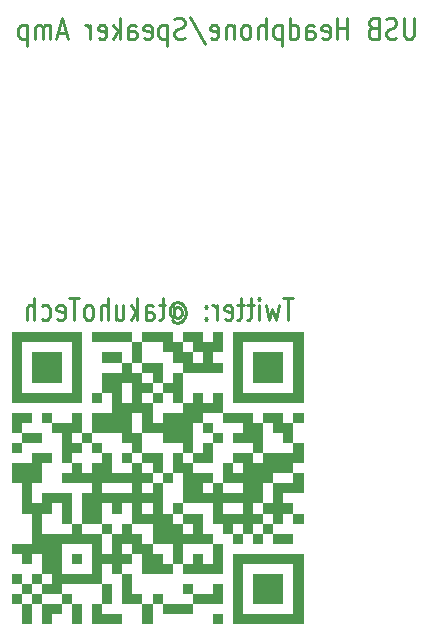
<source format=gbo>
G04 #@! TF.GenerationSoftware,KiCad,Pcbnew,(6.0.9)*
G04 #@! TF.CreationDate,2023-03-06T12:56:01+09:00*
G04 #@! TF.ProjectId,MainBoard,4d61696e-426f-4617-9264-2e6b69636164,rev?*
G04 #@! TF.SameCoordinates,Original*
G04 #@! TF.FileFunction,Legend,Bot*
G04 #@! TF.FilePolarity,Positive*
%FSLAX46Y46*%
G04 Gerber Fmt 4.6, Leading zero omitted, Abs format (unit mm)*
G04 Created by KiCad (PCBNEW (6.0.9)) date 2023-03-06 12:56:01*
%MOMM*%
%LPD*%
G01*
G04 APERTURE LIST*
G04 Aperture macros list*
%AMRoundRect*
0 Rectangle with rounded corners*
0 $1 Rounding radius*
0 $2 $3 $4 $5 $6 $7 $8 $9 X,Y pos of 4 corners*
0 Add a 4 corners polygon primitive as box body*
4,1,4,$2,$3,$4,$5,$6,$7,$8,$9,$2,$3,0*
0 Add four circle primitives for the rounded corners*
1,1,$1+$1,$2,$3*
1,1,$1+$1,$4,$5*
1,1,$1+$1,$6,$7*
1,1,$1+$1,$8,$9*
0 Add four rect primitives between the rounded corners*
20,1,$1+$1,$2,$3,$4,$5,0*
20,1,$1+$1,$4,$5,$6,$7,0*
20,1,$1+$1,$6,$7,$8,$9,0*
20,1,$1+$1,$8,$9,$2,$3,0*%
G04 Aperture macros list end*
%ADD10C,0.250000*%
%ADD11RoundRect,0.840625X0.840625X1.176875X-0.840625X1.176875X-0.840625X-1.176875X0.840625X-1.176875X0*%
%ADD12RoundRect,0.840625X1.176875X0.840625X-1.176875X0.840625X-1.176875X-0.840625X1.176875X-0.840625X0*%
%ADD13C,4.200000*%
%ADD14C,1.800000*%
%ADD15R,2.400000X2.400000*%
%ADD16C,2.400000*%
%ADD17C,1.600000*%
%ADD18O,1.600000X1.600000*%
%ADD19C,1.515000*%
%ADD20O,2.400000X2.400000*%
%ADD21RoundRect,0.381000X-0.381000X-0.381000X0.381000X-0.381000X0.381000X0.381000X-0.381000X0.381000X0*%
%ADD22C,2.000000*%
%ADD23C,2.550000*%
%ADD24O,2.000000X4.000000*%
%ADD25O,4.500000X2.250000*%
%ADD26O,4.000000X2.000000*%
G04 APERTURE END LIST*
D10*
X105714285Y-91996031D02*
X105714285Y-93480158D01*
X105642857Y-93654761D01*
X105571428Y-93742063D01*
X105428571Y-93829364D01*
X105142857Y-93829364D01*
X105000000Y-93742063D01*
X104928571Y-93654761D01*
X104857142Y-93480158D01*
X104857142Y-91996031D01*
X104214285Y-93742063D02*
X104000000Y-93829364D01*
X103642857Y-93829364D01*
X103500000Y-93742063D01*
X103428571Y-93654761D01*
X103357142Y-93480158D01*
X103357142Y-93305555D01*
X103428571Y-93130952D01*
X103500000Y-93043650D01*
X103642857Y-92956349D01*
X103928571Y-92869047D01*
X104071428Y-92781746D01*
X104142857Y-92694444D01*
X104214285Y-92519841D01*
X104214285Y-92345238D01*
X104142857Y-92170635D01*
X104071428Y-92083333D01*
X103928571Y-91996031D01*
X103571428Y-91996031D01*
X103357142Y-92083333D01*
X102214285Y-92869047D02*
X102000000Y-92956349D01*
X101928571Y-93043650D01*
X101857142Y-93218253D01*
X101857142Y-93480158D01*
X101928571Y-93654761D01*
X102000000Y-93742063D01*
X102142857Y-93829364D01*
X102714285Y-93829364D01*
X102714285Y-91996031D01*
X102214285Y-91996031D01*
X102071428Y-92083333D01*
X102000000Y-92170635D01*
X101928571Y-92345238D01*
X101928571Y-92519841D01*
X102000000Y-92694444D01*
X102071428Y-92781746D01*
X102214285Y-92869047D01*
X102714285Y-92869047D01*
X100071428Y-93829364D02*
X100071428Y-91996031D01*
X100071428Y-92869047D02*
X99214285Y-92869047D01*
X99214285Y-93829364D02*
X99214285Y-91996031D01*
X97928571Y-93742063D02*
X98071428Y-93829364D01*
X98357142Y-93829364D01*
X98500000Y-93742063D01*
X98571428Y-93567460D01*
X98571428Y-92869047D01*
X98500000Y-92694444D01*
X98357142Y-92607142D01*
X98071428Y-92607142D01*
X97928571Y-92694444D01*
X97857142Y-92869047D01*
X97857142Y-93043650D01*
X98571428Y-93218253D01*
X96571428Y-93829364D02*
X96571428Y-92869047D01*
X96642857Y-92694444D01*
X96785714Y-92607142D01*
X97071428Y-92607142D01*
X97214285Y-92694444D01*
X96571428Y-93742063D02*
X96714285Y-93829364D01*
X97071428Y-93829364D01*
X97214285Y-93742063D01*
X97285714Y-93567460D01*
X97285714Y-93392857D01*
X97214285Y-93218253D01*
X97071428Y-93130952D01*
X96714285Y-93130952D01*
X96571428Y-93043650D01*
X95214285Y-93829364D02*
X95214285Y-91996031D01*
X95214285Y-93742063D02*
X95357142Y-93829364D01*
X95642857Y-93829364D01*
X95785714Y-93742063D01*
X95857142Y-93654761D01*
X95928571Y-93480158D01*
X95928571Y-92956349D01*
X95857142Y-92781746D01*
X95785714Y-92694444D01*
X95642857Y-92607142D01*
X95357142Y-92607142D01*
X95214285Y-92694444D01*
X94500000Y-92607142D02*
X94500000Y-94440475D01*
X94500000Y-92694444D02*
X94357142Y-92607142D01*
X94071428Y-92607142D01*
X93928571Y-92694444D01*
X93857142Y-92781746D01*
X93785714Y-92956349D01*
X93785714Y-93480158D01*
X93857142Y-93654761D01*
X93928571Y-93742063D01*
X94071428Y-93829364D01*
X94357142Y-93829364D01*
X94500000Y-93742063D01*
X93142857Y-93829364D02*
X93142857Y-91996031D01*
X92500000Y-93829364D02*
X92500000Y-92869047D01*
X92571428Y-92694444D01*
X92714285Y-92607142D01*
X92928571Y-92607142D01*
X93071428Y-92694444D01*
X93142857Y-92781746D01*
X91571428Y-93829364D02*
X91714285Y-93742063D01*
X91785714Y-93654761D01*
X91857142Y-93480158D01*
X91857142Y-92956349D01*
X91785714Y-92781746D01*
X91714285Y-92694444D01*
X91571428Y-92607142D01*
X91357142Y-92607142D01*
X91214285Y-92694444D01*
X91142857Y-92781746D01*
X91071428Y-92956349D01*
X91071428Y-93480158D01*
X91142857Y-93654761D01*
X91214285Y-93742063D01*
X91357142Y-93829364D01*
X91571428Y-93829364D01*
X90428571Y-92607142D02*
X90428571Y-93829364D01*
X90428571Y-92781746D02*
X90357142Y-92694444D01*
X90214285Y-92607142D01*
X90000000Y-92607142D01*
X89857142Y-92694444D01*
X89785714Y-92869047D01*
X89785714Y-93829364D01*
X88500000Y-93742063D02*
X88642857Y-93829364D01*
X88928571Y-93829364D01*
X89071428Y-93742063D01*
X89142857Y-93567460D01*
X89142857Y-92869047D01*
X89071428Y-92694444D01*
X88928571Y-92607142D01*
X88642857Y-92607142D01*
X88500000Y-92694444D01*
X88428571Y-92869047D01*
X88428571Y-93043650D01*
X89142857Y-93218253D01*
X86714285Y-91908730D02*
X88000000Y-94265872D01*
X86285714Y-93742063D02*
X86071428Y-93829364D01*
X85714285Y-93829364D01*
X85571428Y-93742063D01*
X85500000Y-93654761D01*
X85428571Y-93480158D01*
X85428571Y-93305555D01*
X85500000Y-93130952D01*
X85571428Y-93043650D01*
X85714285Y-92956349D01*
X86000000Y-92869047D01*
X86142857Y-92781746D01*
X86214285Y-92694444D01*
X86285714Y-92519841D01*
X86285714Y-92345238D01*
X86214285Y-92170635D01*
X86142857Y-92083333D01*
X86000000Y-91996031D01*
X85642857Y-91996031D01*
X85428571Y-92083333D01*
X84785714Y-92607142D02*
X84785714Y-94440475D01*
X84785714Y-92694444D02*
X84642857Y-92607142D01*
X84357142Y-92607142D01*
X84214285Y-92694444D01*
X84142857Y-92781746D01*
X84071428Y-92956349D01*
X84071428Y-93480158D01*
X84142857Y-93654761D01*
X84214285Y-93742063D01*
X84357142Y-93829364D01*
X84642857Y-93829364D01*
X84785714Y-93742063D01*
X82857142Y-93742063D02*
X83000000Y-93829364D01*
X83285714Y-93829364D01*
X83428571Y-93742063D01*
X83500000Y-93567460D01*
X83500000Y-92869047D01*
X83428571Y-92694444D01*
X83285714Y-92607142D01*
X83000000Y-92607142D01*
X82857142Y-92694444D01*
X82785714Y-92869047D01*
X82785714Y-93043650D01*
X83500000Y-93218253D01*
X81500000Y-93829364D02*
X81500000Y-92869047D01*
X81571428Y-92694444D01*
X81714285Y-92607142D01*
X82000000Y-92607142D01*
X82142857Y-92694444D01*
X81500000Y-93742063D02*
X81642857Y-93829364D01*
X82000000Y-93829364D01*
X82142857Y-93742063D01*
X82214285Y-93567460D01*
X82214285Y-93392857D01*
X82142857Y-93218253D01*
X82000000Y-93130952D01*
X81642857Y-93130952D01*
X81500000Y-93043650D01*
X80785714Y-93829364D02*
X80785714Y-91996031D01*
X80642857Y-93130952D02*
X80214285Y-93829364D01*
X80214285Y-92607142D02*
X80785714Y-93305555D01*
X79000000Y-93742063D02*
X79142857Y-93829364D01*
X79428571Y-93829364D01*
X79571428Y-93742063D01*
X79642857Y-93567460D01*
X79642857Y-92869047D01*
X79571428Y-92694444D01*
X79428571Y-92607142D01*
X79142857Y-92607142D01*
X79000000Y-92694444D01*
X78928571Y-92869047D01*
X78928571Y-93043650D01*
X79642857Y-93218253D01*
X78285714Y-93829364D02*
X78285714Y-92607142D01*
X78285714Y-92956349D02*
X78214285Y-92781746D01*
X78142857Y-92694444D01*
X78000000Y-92607142D01*
X77857142Y-92607142D01*
X76285714Y-93305555D02*
X75571428Y-93305555D01*
X76428571Y-93829364D02*
X75928571Y-91996031D01*
X75428571Y-93829364D01*
X74928571Y-93829364D02*
X74928571Y-92607142D01*
X74928571Y-92781746D02*
X74857142Y-92694444D01*
X74714285Y-92607142D01*
X74500000Y-92607142D01*
X74357142Y-92694444D01*
X74285714Y-92869047D01*
X74285714Y-93829364D01*
X74285714Y-92869047D02*
X74214285Y-92694444D01*
X74071428Y-92607142D01*
X73857142Y-92607142D01*
X73714285Y-92694444D01*
X73642857Y-92869047D01*
X73642857Y-93829364D01*
X72928571Y-92607142D02*
X72928571Y-94440475D01*
X72928571Y-92694444D02*
X72785714Y-92607142D01*
X72500000Y-92607142D01*
X72357142Y-92694444D01*
X72285714Y-92781746D01*
X72214285Y-92956349D01*
X72214285Y-93480158D01*
X72285714Y-93654761D01*
X72357142Y-93742063D01*
X72500000Y-93829364D01*
X72785714Y-93829364D01*
X72928571Y-93742063D01*
X95448971Y-115754328D02*
X94617803Y-115754328D01*
X95033387Y-117572510D02*
X95033387Y-115754328D01*
X94271483Y-116360389D02*
X93994426Y-117572510D01*
X93717370Y-116706709D01*
X93440314Y-117572510D01*
X93163258Y-116360389D01*
X92609145Y-117572510D02*
X92609145Y-116360389D01*
X92609145Y-115754328D02*
X92678410Y-115840909D01*
X92609145Y-115927489D01*
X92539881Y-115840909D01*
X92609145Y-115754328D01*
X92609145Y-115927489D01*
X92124297Y-116360389D02*
X91570185Y-116360389D01*
X91916505Y-115754328D02*
X91916505Y-117312770D01*
X91847241Y-117485930D01*
X91708713Y-117572510D01*
X91570185Y-117572510D01*
X91293129Y-116360389D02*
X90739016Y-116360389D01*
X91085336Y-115754328D02*
X91085336Y-117312770D01*
X91016072Y-117485930D01*
X90877544Y-117572510D01*
X90739016Y-117572510D01*
X89700055Y-117485930D02*
X89838584Y-117572510D01*
X90115640Y-117572510D01*
X90254168Y-117485930D01*
X90323432Y-117312770D01*
X90323432Y-116620129D01*
X90254168Y-116446969D01*
X90115640Y-116360389D01*
X89838584Y-116360389D01*
X89700055Y-116446969D01*
X89630791Y-116620129D01*
X89630791Y-116793290D01*
X90323432Y-116966450D01*
X89007415Y-117572510D02*
X89007415Y-116360389D01*
X89007415Y-116706709D02*
X88938151Y-116533549D01*
X88868887Y-116446969D01*
X88730359Y-116360389D01*
X88591831Y-116360389D01*
X88106982Y-117399350D02*
X88037718Y-117485930D01*
X88106982Y-117572510D01*
X88176246Y-117485930D01*
X88106982Y-117399350D01*
X88106982Y-117572510D01*
X88106982Y-116446969D02*
X88037718Y-116533549D01*
X88106982Y-116620129D01*
X88176246Y-116533549D01*
X88106982Y-116446969D01*
X88106982Y-116620129D01*
X85405685Y-116706709D02*
X85474949Y-116620129D01*
X85613477Y-116533549D01*
X85752005Y-116533549D01*
X85890533Y-116620129D01*
X85959797Y-116706709D01*
X86029061Y-116879870D01*
X86029061Y-117053030D01*
X85959797Y-117226190D01*
X85890533Y-117312770D01*
X85752005Y-117399350D01*
X85613477Y-117399350D01*
X85474949Y-117312770D01*
X85405685Y-117226190D01*
X85405685Y-116533549D02*
X85405685Y-117226190D01*
X85336420Y-117312770D01*
X85267156Y-117312770D01*
X85128628Y-117226190D01*
X85059364Y-117053030D01*
X85059364Y-116620129D01*
X85197892Y-116360389D01*
X85405685Y-116187229D01*
X85682741Y-116100649D01*
X85959797Y-116187229D01*
X86167589Y-116360389D01*
X86306117Y-116620129D01*
X86375381Y-116966450D01*
X86306117Y-117312770D01*
X86167589Y-117572510D01*
X85959797Y-117745671D01*
X85682741Y-117832251D01*
X85405685Y-117745671D01*
X85197892Y-117572510D01*
X84643780Y-116360389D02*
X84089668Y-116360389D01*
X84435988Y-115754328D02*
X84435988Y-117312770D01*
X84366724Y-117485930D01*
X84228196Y-117572510D01*
X84089668Y-117572510D01*
X82981443Y-117572510D02*
X82981443Y-116620129D01*
X83050707Y-116446969D01*
X83189235Y-116360389D01*
X83466291Y-116360389D01*
X83604819Y-116446969D01*
X82981443Y-117485930D02*
X83119971Y-117572510D01*
X83466291Y-117572510D01*
X83604819Y-117485930D01*
X83674083Y-117312770D01*
X83674083Y-117139610D01*
X83604819Y-116966450D01*
X83466291Y-116879870D01*
X83119971Y-116879870D01*
X82981443Y-116793290D01*
X82288802Y-117572510D02*
X82288802Y-115754328D01*
X82150274Y-116879870D02*
X81734690Y-117572510D01*
X81734690Y-116360389D02*
X82288802Y-117053030D01*
X80487937Y-116360389D02*
X80487937Y-117572510D01*
X81111314Y-116360389D02*
X81111314Y-117312770D01*
X81042050Y-117485930D01*
X80903521Y-117572510D01*
X80695729Y-117572510D01*
X80557201Y-117485930D01*
X80487937Y-117399350D01*
X79795297Y-117572510D02*
X79795297Y-115754328D01*
X79171920Y-117572510D02*
X79171920Y-116620129D01*
X79241184Y-116446969D01*
X79379712Y-116360389D01*
X79587505Y-116360389D01*
X79726033Y-116446969D01*
X79795297Y-116533549D01*
X78271488Y-117572510D02*
X78410016Y-117485930D01*
X78479280Y-117399350D01*
X78548544Y-117226190D01*
X78548544Y-116706709D01*
X78479280Y-116533549D01*
X78410016Y-116446969D01*
X78271488Y-116360389D01*
X78063695Y-116360389D01*
X77925167Y-116446969D01*
X77855903Y-116533549D01*
X77786639Y-116706709D01*
X77786639Y-117226190D01*
X77855903Y-117399350D01*
X77925167Y-117485930D01*
X78063695Y-117572510D01*
X78271488Y-117572510D01*
X77371055Y-115754328D02*
X76539886Y-115754328D01*
X76955471Y-117572510D02*
X76955471Y-115754328D01*
X75500926Y-117485930D02*
X75639454Y-117572510D01*
X75916510Y-117572510D01*
X76055038Y-117485930D01*
X76124302Y-117312770D01*
X76124302Y-116620129D01*
X76055038Y-116446969D01*
X75916510Y-116360389D01*
X75639454Y-116360389D01*
X75500926Y-116446969D01*
X75431662Y-116620129D01*
X75431662Y-116793290D01*
X76124302Y-116966450D01*
X74184909Y-117485930D02*
X74323437Y-117572510D01*
X74600493Y-117572510D01*
X74739021Y-117485930D01*
X74808285Y-117399350D01*
X74877549Y-117226190D01*
X74877549Y-116706709D01*
X74808285Y-116533549D01*
X74739021Y-116446969D01*
X74600493Y-116360389D01*
X74323437Y-116360389D01*
X74184909Y-116446969D01*
X73561532Y-117572510D02*
X73561532Y-115754328D01*
X72938156Y-117572510D02*
X72938156Y-116620129D01*
X73007420Y-116446969D01*
X73145948Y-116360389D01*
X73353740Y-116360389D01*
X73492268Y-116446969D01*
X73561532Y-116533549D01*
G36*
X84426175Y-130573825D02*
G01*
X83573826Y-130573825D01*
X83573826Y-129721476D01*
X82721477Y-129721476D01*
X82721477Y-128869127D01*
X84426175Y-128869127D01*
X84426175Y-130573825D01*
G37*
G36*
X75902685Y-122902684D02*
G01*
X73345638Y-122902684D01*
X73345638Y-120345637D01*
X75902685Y-120345637D01*
X75902685Y-122902684D01*
G37*
G36*
X90392618Y-124607382D02*
G01*
X90392618Y-123755033D01*
X91244967Y-123755033D01*
X95506712Y-123755033D01*
X95506712Y-119493288D01*
X91244967Y-119493288D01*
X91244967Y-123755033D01*
X90392618Y-123755033D01*
X90392618Y-118640939D01*
X96359061Y-118640939D01*
X96359061Y-124607382D01*
X90392618Y-124607382D01*
G37*
G36*
X94654363Y-122902684D02*
G01*
X92097316Y-122902684D01*
X92097316Y-120345637D01*
X94654363Y-120345637D01*
X94654363Y-122902684D01*
G37*
G36*
X94654363Y-141654362D02*
G01*
X92097316Y-141654362D01*
X92097316Y-139097315D01*
X94654363Y-139097315D01*
X94654363Y-141654362D01*
G37*
G36*
X89540269Y-143359060D02*
G01*
X88687920Y-143359060D01*
X88687920Y-142506711D01*
X89540269Y-142506711D01*
X89540269Y-143359060D01*
G37*
G36*
X71640940Y-124607382D02*
G01*
X71640940Y-123755033D01*
X72493289Y-123755033D01*
X76755034Y-123755033D01*
X76755034Y-119493288D01*
X72493289Y-119493288D01*
X72493289Y-123755033D01*
X71640940Y-123755033D01*
X71640940Y-118640939D01*
X77607383Y-118640939D01*
X77607383Y-124607382D01*
X71640940Y-124607382D01*
G37*
G36*
X81869128Y-129721476D02*
G01*
X81016779Y-129721476D01*
X81016779Y-128869127D01*
X81869128Y-128869127D01*
X81869128Y-129721476D01*
G37*
G36*
X72493289Y-141654362D02*
G01*
X71640940Y-141654362D01*
X71640940Y-140802013D01*
X72493289Y-140802013D01*
X72493289Y-141654362D01*
G37*
G36*
X79312081Y-124607382D02*
G01*
X78459732Y-124607382D01*
X78459732Y-123755033D01*
X79312081Y-123755033D01*
X79312081Y-124607382D01*
G37*
G36*
X84426175Y-124607382D02*
G01*
X83573826Y-124607382D01*
X83573826Y-123755033D01*
X84426175Y-123755033D01*
X84426175Y-124607382D01*
G37*
G36*
X72493289Y-128869127D02*
G01*
X71640940Y-128869127D01*
X71640940Y-128016778D01*
X72493289Y-128016778D01*
X72493289Y-128869127D01*
G37*
G36*
X96359061Y-134835570D02*
G01*
X95506712Y-134835570D01*
X95506712Y-133983221D01*
X96359061Y-133983221D01*
X96359061Y-134835570D01*
G37*
G36*
X81869128Y-119493288D02*
G01*
X78459732Y-119493288D01*
X78459732Y-118640939D01*
X81869128Y-118640939D01*
X81869128Y-119493288D01*
G37*
G36*
X88687920Y-129721476D02*
G01*
X86983222Y-129721476D01*
X86983222Y-128869127D01*
X87835571Y-128869127D01*
X87835571Y-128016778D01*
X88687920Y-128016778D01*
X88687920Y-129721476D01*
G37*
G36*
X86983222Y-142506711D02*
G01*
X84426175Y-142506711D01*
X84426175Y-141654362D01*
X86983222Y-141654362D01*
X86983222Y-142506711D01*
G37*
G36*
X76755034Y-141654362D02*
G01*
X75902685Y-141654362D01*
X75902685Y-140802013D01*
X76755034Y-140802013D01*
X76755034Y-141654362D01*
G37*
G36*
X80164430Y-135687919D02*
G01*
X79312081Y-135687919D01*
X79312081Y-134835570D01*
X80164430Y-134835570D01*
X80164430Y-135687919D01*
G37*
G36*
X73345638Y-143359060D02*
G01*
X72493289Y-143359060D01*
X72493289Y-141654362D01*
X73345638Y-141654362D01*
X73345638Y-143359060D01*
G37*
G36*
X77607383Y-143359060D02*
G01*
X76755034Y-143359060D01*
X76755034Y-141654362D01*
X77607383Y-141654362D01*
X77607383Y-143359060D01*
G37*
G36*
X74197987Y-128016778D02*
G01*
X72493289Y-128016778D01*
X72493289Y-127164429D01*
X74197987Y-127164429D01*
X74197987Y-128016778D01*
G37*
G36*
X89540269Y-128016778D02*
G01*
X88687920Y-128016778D01*
X88687920Y-127164429D01*
X89540269Y-127164429D01*
X89540269Y-128016778D01*
G37*
G36*
X72493289Y-139949664D02*
G01*
X71640940Y-139949664D01*
X71640940Y-139097315D01*
X72493289Y-139097315D01*
X72493289Y-139949664D01*
G37*
G36*
X79312081Y-142506711D02*
G01*
X81016779Y-142506711D01*
X81016779Y-143359060D01*
X78459732Y-143359060D01*
X78459732Y-141654362D01*
X79312081Y-141654362D01*
X79312081Y-142506711D01*
G37*
G36*
X73345638Y-126312080D02*
G01*
X72493289Y-126312080D01*
X72493289Y-127164429D01*
X71640940Y-127164429D01*
X71640940Y-125459731D01*
X73345638Y-125459731D01*
X73345638Y-126312080D01*
G37*
G36*
X75050336Y-126312080D02*
G01*
X74197987Y-126312080D01*
X74197987Y-125459731D01*
X75050336Y-125459731D01*
X75050336Y-126312080D01*
G37*
G36*
X74197987Y-139949664D02*
G01*
X73345638Y-139949664D01*
X73345638Y-139097315D01*
X74197987Y-139097315D01*
X74197987Y-139949664D01*
G37*
G36*
X73345638Y-140802013D02*
G01*
X72493289Y-140802013D01*
X72493289Y-139949664D01*
X73345638Y-139949664D01*
X73345638Y-140802013D01*
G37*
G36*
X93802014Y-134835570D02*
G01*
X93802014Y-135687919D01*
X92949665Y-135687919D01*
X92949665Y-134835570D01*
X93802014Y-134835570D01*
G37*
G36*
X95506712Y-129721476D02*
G01*
X95506712Y-130573825D01*
X96359061Y-130573825D01*
X96359061Y-132278523D01*
X94654363Y-132278523D01*
X94654363Y-133130872D01*
X95506712Y-133130872D01*
X95506712Y-133983221D01*
X94654363Y-133983221D01*
X94654363Y-134835570D01*
X93802014Y-134835570D01*
X93802014Y-133983221D01*
X92949665Y-133983221D01*
X92949665Y-133130872D01*
X93802014Y-133130872D01*
X93802014Y-131426174D01*
X95506712Y-131426174D01*
X95506712Y-130573825D01*
X93802014Y-130573825D01*
X93802014Y-131426174D01*
X92949665Y-131426174D01*
X92949665Y-133130872D01*
X92097316Y-133130872D01*
X92097316Y-133983221D01*
X92949665Y-133983221D01*
X92949665Y-134835570D01*
X92097316Y-134835570D01*
X92097316Y-135687919D01*
X92949665Y-135687919D01*
X92949665Y-136540268D01*
X92097316Y-136540268D01*
X92097316Y-135687919D01*
X91244967Y-135687919D01*
X91244967Y-134835570D01*
X90392618Y-134835570D01*
X90392618Y-135687919D01*
X91244967Y-135687919D01*
X91244967Y-136540268D01*
X90392618Y-136540268D01*
X90392618Y-135687919D01*
X89540269Y-135687919D01*
X89540269Y-134835570D01*
X88687920Y-134835570D01*
X88687920Y-133983221D01*
X89540269Y-133983221D01*
X91244967Y-133983221D01*
X91244967Y-133130872D01*
X89540269Y-133130872D01*
X89540269Y-133983221D01*
X88687920Y-133983221D01*
X88687920Y-133130872D01*
X86130873Y-133130872D01*
X86130873Y-133983221D01*
X85278524Y-133983221D01*
X85278524Y-134835570D01*
X86130873Y-134835570D01*
X86130873Y-135687919D01*
X86983222Y-135687919D01*
X86983222Y-134835570D01*
X86130873Y-134835570D01*
X86130873Y-133983221D01*
X87835571Y-133983221D01*
X87835571Y-135687919D01*
X88687920Y-135687919D01*
X88687920Y-136540268D01*
X86130873Y-136540268D01*
X86130873Y-138244966D01*
X86983222Y-138244966D01*
X86983222Y-137392617D01*
X87835571Y-137392617D01*
X87835571Y-138244966D01*
X88687920Y-138244966D01*
X88687920Y-136540268D01*
X89540269Y-136540268D01*
X89540269Y-139097315D01*
X86130873Y-139097315D01*
X86130873Y-138244966D01*
X85278524Y-138244966D01*
X85278524Y-136540268D01*
X83573826Y-136540268D01*
X83573826Y-134835570D01*
X81869128Y-134835570D01*
X81869128Y-135687919D01*
X82721477Y-135687919D01*
X82721477Y-136540268D01*
X83573826Y-136540268D01*
X83573826Y-137392617D01*
X84426175Y-137392617D01*
X84426175Y-138244966D01*
X85278524Y-138244966D01*
X85278524Y-139097315D01*
X82721477Y-139097315D01*
X82721477Y-137392617D01*
X81869128Y-137392617D01*
X81869128Y-136540268D01*
X81016779Y-136540268D01*
X81016779Y-137392617D01*
X81869128Y-137392617D01*
X81869128Y-138244966D01*
X81016779Y-138244966D01*
X81016779Y-139097315D01*
X80164430Y-139097315D01*
X80164430Y-138244966D01*
X79312081Y-138244966D01*
X79312081Y-139949664D01*
X75902685Y-139949664D01*
X75902685Y-140802013D01*
X74197987Y-140802013D01*
X74197987Y-139949664D01*
X75050336Y-139949664D01*
X75050336Y-139097315D01*
X75902685Y-139097315D01*
X78459732Y-139097315D01*
X78459732Y-136540268D01*
X75902685Y-136540268D01*
X75902685Y-139097315D01*
X75050336Y-139097315D01*
X74197987Y-139097315D01*
X74197987Y-137392617D01*
X73345638Y-137392617D01*
X73345638Y-138244966D01*
X72493289Y-138244966D01*
X72493289Y-137392617D01*
X71640940Y-137392617D01*
X71640940Y-136540268D01*
X73345638Y-136540268D01*
X73345638Y-135687919D01*
X74197987Y-135687919D01*
X76755034Y-135687919D01*
X77607383Y-135687919D01*
X79312081Y-135687919D01*
X79312081Y-137392617D01*
X80164430Y-137392617D01*
X80164430Y-135687919D01*
X81016779Y-135687919D01*
X81016779Y-134835570D01*
X81869128Y-134835570D01*
X81869128Y-133983221D01*
X82721477Y-133983221D01*
X83573826Y-133983221D01*
X83573826Y-133130872D01*
X82721477Y-133130872D01*
X82721477Y-133983221D01*
X81869128Y-133983221D01*
X81869128Y-133130872D01*
X81016779Y-133130872D01*
X81016779Y-133983221D01*
X80164430Y-133983221D01*
X80164430Y-133130872D01*
X79312081Y-133130872D01*
X79312081Y-134835570D01*
X77607383Y-134835570D01*
X77607383Y-135687919D01*
X76755034Y-135687919D01*
X76755034Y-134835570D01*
X75902685Y-134835570D01*
X75902685Y-133130872D01*
X75050336Y-133130872D01*
X75050336Y-133983221D01*
X74197987Y-133983221D01*
X74197987Y-135687919D01*
X73345638Y-135687919D01*
X73345638Y-133983221D01*
X72493289Y-133983221D01*
X72493289Y-131426174D01*
X71640940Y-131426174D01*
X71640940Y-129721476D01*
X73345638Y-129721476D01*
X73345638Y-128869127D01*
X75050336Y-128869127D01*
X75050336Y-129721476D01*
X74197987Y-129721476D01*
X74197987Y-131426174D01*
X73345638Y-131426174D01*
X73345638Y-133130872D01*
X74197987Y-133130872D01*
X74197987Y-132278523D01*
X76755034Y-132278523D01*
X76755034Y-134835570D01*
X77607383Y-134835570D01*
X77607383Y-132278523D01*
X78459732Y-132278523D01*
X79312081Y-132278523D01*
X81869128Y-132278523D01*
X81869128Y-131426174D01*
X79312081Y-131426174D01*
X79312081Y-132278523D01*
X78459732Y-132278523D01*
X78459732Y-131426174D01*
X75902685Y-131426174D01*
X75902685Y-130573825D01*
X76755034Y-130573825D01*
X76755034Y-129721476D01*
X77607383Y-129721476D01*
X77607383Y-130573825D01*
X78459732Y-130573825D01*
X78459732Y-129721476D01*
X79312081Y-129721476D01*
X79312081Y-128869127D01*
X80164430Y-128869127D01*
X80164430Y-130573825D01*
X81869128Y-130573825D01*
X81869128Y-129721476D01*
X82721477Y-129721476D01*
X82721477Y-130573825D01*
X83573826Y-130573825D01*
X83573826Y-131426174D01*
X82721477Y-131426174D01*
X82721477Y-132278523D01*
X83573826Y-132278523D01*
X83573826Y-131426174D01*
X84426175Y-131426174D01*
X84426175Y-133983221D01*
X85278524Y-133983221D01*
X85278524Y-133130872D01*
X86130873Y-133130872D01*
X86130873Y-132278523D01*
X87835571Y-132278523D01*
X88687920Y-132278523D01*
X89540269Y-132278523D01*
X91244967Y-132278523D01*
X91244967Y-131426174D01*
X89540269Y-131426174D01*
X89540269Y-132278523D01*
X88687920Y-132278523D01*
X88687920Y-131426174D01*
X87835571Y-131426174D01*
X87835571Y-132278523D01*
X86130873Y-132278523D01*
X86130873Y-130573825D01*
X85278524Y-130573825D01*
X85278524Y-129721476D01*
X86130873Y-129721476D01*
X86983222Y-129721476D01*
X86983222Y-130573825D01*
X88687920Y-130573825D01*
X88687920Y-131426174D01*
X89540269Y-131426174D01*
X89540269Y-130573825D01*
X90392618Y-130573825D01*
X91244967Y-130573825D01*
X91244967Y-129721476D01*
X92097316Y-129721476D01*
X92949665Y-129721476D01*
X92949665Y-128869127D01*
X95506712Y-128869127D01*
X95506712Y-128016778D01*
X94654363Y-128016778D01*
X94654363Y-127164429D01*
X93802014Y-127164429D01*
X93802014Y-126312080D01*
X92949665Y-126312080D01*
X92949665Y-128869127D01*
X92097316Y-128869127D01*
X92097316Y-129721476D01*
X91244967Y-129721476D01*
X90392618Y-129721476D01*
X90392618Y-130573825D01*
X89540269Y-130573825D01*
X89540269Y-129721476D01*
X90392618Y-129721476D01*
X90392618Y-128869127D01*
X92097316Y-128869127D01*
X92097316Y-128016778D01*
X90392618Y-128016778D01*
X90392618Y-127164429D01*
X91244967Y-127164429D01*
X91244967Y-126312080D01*
X89540269Y-126312080D01*
X89540269Y-125459731D01*
X87835571Y-125459731D01*
X87835571Y-126312080D01*
X86983222Y-126312080D01*
X86983222Y-128869127D01*
X86130873Y-128869127D01*
X86130873Y-129721476D01*
X85278524Y-129721476D01*
X85278524Y-128869127D01*
X86130873Y-128869127D01*
X86130873Y-128016778D01*
X84426175Y-128016778D01*
X84426175Y-127164429D01*
X82721477Y-127164429D01*
X82721477Y-125459731D01*
X81869128Y-125459731D01*
X81869128Y-127164429D01*
X82721477Y-127164429D01*
X82721477Y-128869127D01*
X81869128Y-128869127D01*
X81869128Y-128016778D01*
X81016779Y-128016778D01*
X81016779Y-127164429D01*
X78459732Y-127164429D01*
X78459732Y-128016778D01*
X77607383Y-128016778D01*
X77607383Y-127164429D01*
X76755034Y-127164429D01*
X76755034Y-128016778D01*
X77607383Y-128016778D01*
X77607383Y-128869127D01*
X76755034Y-128869127D01*
X76755034Y-129721476D01*
X75902685Y-129721476D01*
X75902685Y-127164429D01*
X75050336Y-127164429D01*
X75050336Y-126312080D01*
X76755034Y-126312080D01*
X76755034Y-125459731D01*
X77607383Y-125459731D01*
X77607383Y-127164429D01*
X78459732Y-127164429D01*
X78459732Y-125459731D01*
X80164430Y-125459731D01*
X80164430Y-124607382D01*
X81016779Y-124607382D01*
X81869128Y-124607382D01*
X81869128Y-122902684D01*
X81016779Y-122902684D01*
X81016779Y-124607382D01*
X80164430Y-124607382D01*
X80164430Y-123755033D01*
X79312081Y-123755033D01*
X79312081Y-122050335D01*
X81016779Y-122050335D01*
X81869128Y-122050335D01*
X82721477Y-122050335D01*
X82721477Y-122902684D01*
X83573826Y-122902684D01*
X83573826Y-123755033D01*
X82721477Y-123755033D01*
X82721477Y-124607382D01*
X83573826Y-124607382D01*
X83573826Y-126312080D01*
X84426175Y-126312080D01*
X84426175Y-125459731D01*
X86130873Y-125459731D01*
X86130873Y-124607382D01*
X85278524Y-124607382D01*
X85278524Y-123755033D01*
X84426175Y-123755033D01*
X84426175Y-122902684D01*
X85278524Y-122902684D01*
X85278524Y-122050335D01*
X86130873Y-122050335D01*
X86130873Y-121197986D01*
X85278524Y-121197986D01*
X85278524Y-120345637D01*
X86130873Y-120345637D01*
X86983222Y-120345637D01*
X86983222Y-121197986D01*
X87835571Y-121197986D01*
X87835571Y-120345637D01*
X86983222Y-120345637D01*
X86983222Y-119493288D01*
X86130873Y-119493288D01*
X86130873Y-120345637D01*
X85278524Y-120345637D01*
X84426175Y-120345637D01*
X84426175Y-119493288D01*
X82721477Y-119493288D01*
X82721477Y-121197986D01*
X81869128Y-121197986D01*
X81869128Y-122050335D01*
X81016779Y-122050335D01*
X81016779Y-121197986D01*
X81869128Y-121197986D01*
X81869128Y-119493288D01*
X82721477Y-119493288D01*
X82721477Y-118640939D01*
X85278524Y-118640939D01*
X85278524Y-119493288D01*
X86130873Y-119493288D01*
X86130873Y-118640939D01*
X87835571Y-118640939D01*
X87835571Y-119493288D01*
X88687920Y-119493288D01*
X88687920Y-118640939D01*
X89540269Y-118640939D01*
X89540269Y-120345637D01*
X88687920Y-120345637D01*
X88687920Y-121197986D01*
X89540269Y-121197986D01*
X89540269Y-122050335D01*
X86130873Y-122050335D01*
X86130873Y-124607382D01*
X86983222Y-124607382D01*
X86983222Y-123755033D01*
X87835571Y-123755033D01*
X87835571Y-124607382D01*
X88687920Y-124607382D01*
X88687920Y-123755033D01*
X89540269Y-123755033D01*
X89540269Y-125459731D01*
X92097316Y-125459731D01*
X92097316Y-126312080D01*
X92949665Y-126312080D01*
X92949665Y-125459731D01*
X94654363Y-125459731D01*
X94654363Y-126312080D01*
X95506712Y-126312080D01*
X95506712Y-128016778D01*
X96359061Y-128016778D01*
X96359061Y-129721476D01*
X95506712Y-129721476D01*
G37*
G36*
X80164430Y-141654362D02*
G01*
X79312081Y-141654362D01*
X79312081Y-139949664D01*
X80164430Y-139949664D01*
X80164430Y-141654362D01*
G37*
G36*
X95506712Y-136540268D02*
G01*
X93802014Y-136540268D01*
X93802014Y-135687919D01*
X95506712Y-135687919D01*
X95506712Y-136540268D01*
G37*
G36*
X84426175Y-122902684D02*
G01*
X83573826Y-122902684D01*
X83573826Y-122050335D01*
X82721477Y-122050335D01*
X82721477Y-121197986D01*
X84426175Y-121197986D01*
X84426175Y-122902684D01*
G37*
G36*
X75902685Y-142506711D02*
G01*
X75050336Y-142506711D01*
X75050336Y-143359060D01*
X74197987Y-143359060D01*
X74197987Y-141654362D01*
X75902685Y-141654362D01*
X75902685Y-142506711D01*
G37*
G36*
X84426175Y-141654362D02*
G01*
X83573826Y-141654362D01*
X83573826Y-140802013D01*
X84426175Y-140802013D01*
X84426175Y-141654362D01*
G37*
G36*
X90392618Y-143359060D02*
G01*
X90392618Y-142506711D01*
X91244967Y-142506711D01*
X95506712Y-142506711D01*
X95506712Y-138244966D01*
X91244967Y-138244966D01*
X91244967Y-142506711D01*
X90392618Y-142506711D01*
X90392618Y-137392617D01*
X96359061Y-137392617D01*
X96359061Y-143359060D01*
X90392618Y-143359060D01*
G37*
G36*
X77607383Y-138244966D02*
G01*
X76755034Y-138244966D01*
X76755034Y-137392617D01*
X77607383Y-137392617D01*
X77607383Y-138244966D01*
G37*
G36*
X81869128Y-140802013D02*
G01*
X82721477Y-140802013D01*
X82721477Y-141654362D01*
X81016779Y-141654362D01*
X81016779Y-139097315D01*
X81869128Y-139097315D01*
X81869128Y-140802013D01*
G37*
G36*
X81016779Y-121197986D02*
G01*
X79312081Y-121197986D01*
X79312081Y-120345637D01*
X81016779Y-120345637D01*
X81016779Y-121197986D01*
G37*
G36*
X86983222Y-140802013D02*
G01*
X86130873Y-140802013D01*
X86130873Y-139949664D01*
X86983222Y-139949664D01*
X86983222Y-140802013D01*
G37*
G36*
X96359061Y-126312080D02*
G01*
X95506712Y-126312080D01*
X95506712Y-125459731D01*
X96359061Y-125459731D01*
X96359061Y-126312080D01*
G37*
G36*
X79312081Y-128869127D02*
G01*
X78459732Y-128869127D01*
X78459732Y-128016778D01*
X79312081Y-128016778D01*
X79312081Y-128869127D01*
G37*
G36*
X74197987Y-141654362D02*
G01*
X73345638Y-141654362D01*
X73345638Y-140802013D01*
X74197987Y-140802013D01*
X74197987Y-141654362D01*
G37*
G36*
X83573826Y-143359060D02*
G01*
X82721477Y-143359060D01*
X82721477Y-141654362D01*
X83573826Y-141654362D01*
X83573826Y-143359060D01*
G37*
G36*
X85278524Y-131426174D02*
G01*
X84426175Y-131426174D01*
X84426175Y-130573825D01*
X85278524Y-130573825D01*
X85278524Y-131426174D01*
G37*
G36*
X88687920Y-127164429D02*
G01*
X87835571Y-127164429D01*
X87835571Y-126312080D01*
X88687920Y-126312080D01*
X88687920Y-127164429D01*
G37*
G36*
X89540269Y-141654362D02*
G01*
X86983222Y-141654362D01*
X86983222Y-140802013D01*
X88687920Y-140802013D01*
X88687920Y-139949664D01*
X89540269Y-139949664D01*
X89540269Y-141654362D01*
G37*
%LPC*%
D11*
X156845000Y-97155000D03*
D12*
X152345000Y-97155000D03*
D11*
X156845000Y-137795000D03*
D12*
X152345000Y-137795000D03*
D13*
X102305000Y-115443000D03*
X102305000Y-124587000D03*
D14*
X109305000Y-122555000D03*
X109305000Y-120055000D03*
X109305000Y-117555000D03*
D15*
X104140000Y-132296041D03*
D16*
X104140000Y-137296041D03*
D17*
X147955000Y-126365000D03*
D18*
X155575000Y-126365000D03*
D15*
X133350000Y-132296041D03*
D16*
X133350000Y-137296041D03*
D19*
X107950000Y-101610000D03*
X107950000Y-96510000D03*
D16*
X142875000Y-95250000D03*
D20*
X142875000Y-115570000D03*
D21*
X114300000Y-94615000D03*
X116840000Y-94615000D03*
X119380000Y-94615000D03*
D22*
X132080000Y-97850000D03*
X132080000Y-105350000D03*
D17*
X155575000Y-108585000D03*
D18*
X147955000Y-108585000D03*
D23*
X158775000Y-117557500D03*
X155475000Y-113007500D03*
X150975000Y-122607500D03*
D17*
X146685000Y-130175000D03*
D18*
X159385000Y-130175000D03*
D24*
X96700000Y-101290000D03*
D25*
X101600000Y-104240000D03*
D26*
X101600000Y-98240000D03*
D16*
X142875000Y-119380000D03*
D20*
X142875000Y-139700000D03*
D17*
X146685000Y-104775000D03*
D18*
X159385000Y-104775000D03*
D22*
X132080000Y-122495000D03*
X132080000Y-114995000D03*
M02*

</source>
